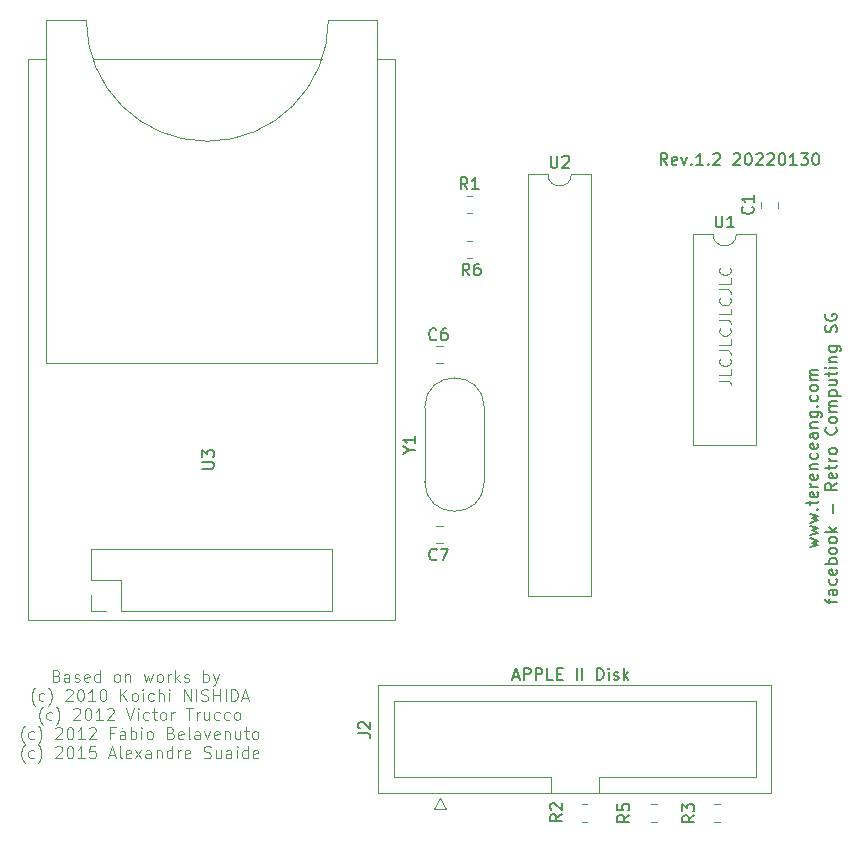
<source format=gbr>
%TF.GenerationSoftware,KiCad,Pcbnew,(6.0.1)*%
%TF.CreationDate,2022-02-14T23:43:43+08:00*%
%TF.ProjectId,SDisk2_Simple,53446973-6b32-45f5-9369-6d706c652e6b,rev?*%
%TF.SameCoordinates,Original*%
%TF.FileFunction,Legend,Top*%
%TF.FilePolarity,Positive*%
%FSLAX46Y46*%
G04 Gerber Fmt 4.6, Leading zero omitted, Abs format (unit mm)*
G04 Created by KiCad (PCBNEW (6.0.1)) date 2022-02-14 23:43:43*
%MOMM*%
%LPD*%
G01*
G04 APERTURE LIST*
%ADD10C,0.100000*%
%ADD11C,0.150000*%
%ADD12C,0.120000*%
G04 APERTURE END LIST*
D10*
X-14019987Y-40041407D02*
X-13877130Y-40089026D01*
X-13829511Y-40136645D01*
X-13781892Y-40231883D01*
X-13781892Y-40374740D01*
X-13829511Y-40469978D01*
X-13877130Y-40517597D01*
X-13972368Y-40565216D01*
X-14353320Y-40565216D01*
X-14353320Y-39565216D01*
X-14019987Y-39565216D01*
X-13924749Y-39612836D01*
X-13877130Y-39660455D01*
X-13829511Y-39755693D01*
X-13829511Y-39850931D01*
X-13877130Y-39946169D01*
X-13924749Y-39993788D01*
X-14019987Y-40041407D01*
X-14353320Y-40041407D01*
X-12924749Y-40565216D02*
X-12924749Y-40041407D01*
X-12972368Y-39946169D01*
X-13067606Y-39898550D01*
X-13258082Y-39898550D01*
X-13353320Y-39946169D01*
X-12924749Y-40517597D02*
X-13019987Y-40565216D01*
X-13258082Y-40565216D01*
X-13353320Y-40517597D01*
X-13400939Y-40422359D01*
X-13400939Y-40327121D01*
X-13353320Y-40231883D01*
X-13258082Y-40184264D01*
X-13019987Y-40184264D01*
X-12924749Y-40136645D01*
X-12496178Y-40517597D02*
X-12400939Y-40565216D01*
X-12210463Y-40565216D01*
X-12115225Y-40517597D01*
X-12067606Y-40422359D01*
X-12067606Y-40374740D01*
X-12115225Y-40279502D01*
X-12210463Y-40231883D01*
X-12353320Y-40231883D01*
X-12448558Y-40184264D01*
X-12496178Y-40089026D01*
X-12496178Y-40041407D01*
X-12448558Y-39946169D01*
X-12353320Y-39898550D01*
X-12210463Y-39898550D01*
X-12115225Y-39946169D01*
X-11258082Y-40517597D02*
X-11353320Y-40565216D01*
X-11543797Y-40565216D01*
X-11639035Y-40517597D01*
X-11686654Y-40422359D01*
X-11686654Y-40041407D01*
X-11639035Y-39946169D01*
X-11543797Y-39898550D01*
X-11353320Y-39898550D01*
X-11258082Y-39946169D01*
X-11210463Y-40041407D01*
X-11210463Y-40136645D01*
X-11686654Y-40231883D01*
X-10353320Y-40565216D02*
X-10353320Y-39565216D01*
X-10353320Y-40517597D02*
X-10448558Y-40565216D01*
X-10639035Y-40565216D01*
X-10734273Y-40517597D01*
X-10781892Y-40469978D01*
X-10829511Y-40374740D01*
X-10829511Y-40089026D01*
X-10781892Y-39993788D01*
X-10734273Y-39946169D01*
X-10639035Y-39898550D01*
X-10448558Y-39898550D01*
X-10353320Y-39946169D01*
X-8972368Y-40565216D02*
X-9067606Y-40517597D01*
X-9115225Y-40469978D01*
X-9162844Y-40374740D01*
X-9162844Y-40089026D01*
X-9115225Y-39993788D01*
X-9067606Y-39946169D01*
X-8972368Y-39898550D01*
X-8829511Y-39898550D01*
X-8734273Y-39946169D01*
X-8686654Y-39993788D01*
X-8639035Y-40089026D01*
X-8639035Y-40374740D01*
X-8686654Y-40469978D01*
X-8734273Y-40517597D01*
X-8829511Y-40565216D01*
X-8972368Y-40565216D01*
X-8210463Y-39898550D02*
X-8210463Y-40565216D01*
X-8210463Y-39993788D02*
X-8162844Y-39946169D01*
X-8067606Y-39898550D01*
X-7924749Y-39898550D01*
X-7829511Y-39946169D01*
X-7781892Y-40041407D01*
X-7781892Y-40565216D01*
X-6639035Y-39898550D02*
X-6448558Y-40565216D01*
X-6258082Y-40089026D01*
X-6067606Y-40565216D01*
X-5877130Y-39898550D01*
X-5353320Y-40565216D02*
X-5448558Y-40517597D01*
X-5496178Y-40469978D01*
X-5543797Y-40374740D01*
X-5543797Y-40089026D01*
X-5496178Y-39993788D01*
X-5448558Y-39946169D01*
X-5353320Y-39898550D01*
X-5210463Y-39898550D01*
X-5115225Y-39946169D01*
X-5067606Y-39993788D01*
X-5019987Y-40089026D01*
X-5019987Y-40374740D01*
X-5067606Y-40469978D01*
X-5115225Y-40517597D01*
X-5210463Y-40565216D01*
X-5353320Y-40565216D01*
X-4591416Y-40565216D02*
X-4591416Y-39898550D01*
X-4591416Y-40089026D02*
X-4543797Y-39993788D01*
X-4496178Y-39946169D01*
X-4400939Y-39898550D01*
X-4305701Y-39898550D01*
X-3972368Y-40565216D02*
X-3972368Y-39565216D01*
X-3877130Y-40184264D02*
X-3591416Y-40565216D01*
X-3591416Y-39898550D02*
X-3972368Y-40279502D01*
X-3210463Y-40517597D02*
X-3115225Y-40565216D01*
X-2924749Y-40565216D01*
X-2829511Y-40517597D01*
X-2781892Y-40422359D01*
X-2781892Y-40374740D01*
X-2829511Y-40279502D01*
X-2924749Y-40231883D01*
X-3067606Y-40231883D01*
X-3162844Y-40184264D01*
X-3210463Y-40089026D01*
X-3210463Y-40041407D01*
X-3162844Y-39946169D01*
X-3067606Y-39898550D01*
X-2924749Y-39898550D01*
X-2829511Y-39946169D01*
X-1591416Y-40565216D02*
X-1591416Y-39565216D01*
X-1591416Y-39946169D02*
X-1496178Y-39898550D01*
X-1305701Y-39898550D01*
X-1210463Y-39946169D01*
X-1162844Y-39993788D01*
X-1115225Y-40089026D01*
X-1115225Y-40374740D01*
X-1162844Y-40469978D01*
X-1210463Y-40517597D01*
X-1305701Y-40565216D01*
X-1496178Y-40565216D01*
X-1591416Y-40517597D01*
X-781892Y-39898550D02*
X-543797Y-40565216D01*
X-305701Y-39898550D02*
X-543797Y-40565216D01*
X-639035Y-40803312D01*
X-686654Y-40850931D01*
X-781892Y-40898550D01*
X-15853320Y-42556169D02*
X-15900939Y-42508550D01*
X-15996178Y-42365693D01*
X-16043797Y-42270455D01*
X-16091416Y-42127597D01*
X-16139035Y-41889502D01*
X-16139035Y-41699026D01*
X-16091416Y-41460931D01*
X-16043797Y-41318074D01*
X-15996178Y-41222836D01*
X-15900939Y-41079978D01*
X-15853320Y-41032359D01*
X-15043797Y-42127597D02*
X-15139035Y-42175216D01*
X-15329511Y-42175216D01*
X-15424749Y-42127597D01*
X-15472368Y-42079978D01*
X-15519987Y-41984740D01*
X-15519987Y-41699026D01*
X-15472368Y-41603788D01*
X-15424749Y-41556169D01*
X-15329511Y-41508550D01*
X-15139035Y-41508550D01*
X-15043797Y-41556169D01*
X-14710463Y-42556169D02*
X-14662844Y-42508550D01*
X-14567606Y-42365693D01*
X-14519987Y-42270455D01*
X-14472368Y-42127597D01*
X-14424749Y-41889502D01*
X-14424749Y-41699026D01*
X-14472368Y-41460931D01*
X-14519987Y-41318074D01*
X-14567606Y-41222836D01*
X-14662844Y-41079978D01*
X-14710463Y-41032359D01*
X-13234273Y-41270455D02*
X-13186654Y-41222836D01*
X-13091416Y-41175216D01*
X-12853320Y-41175216D01*
X-12758082Y-41222836D01*
X-12710463Y-41270455D01*
X-12662844Y-41365693D01*
X-12662844Y-41460931D01*
X-12710463Y-41603788D01*
X-13281892Y-42175216D01*
X-12662844Y-42175216D01*
X-12043797Y-41175216D02*
X-11948558Y-41175216D01*
X-11853320Y-41222836D01*
X-11805701Y-41270455D01*
X-11758082Y-41365693D01*
X-11710463Y-41556169D01*
X-11710463Y-41794264D01*
X-11758082Y-41984740D01*
X-11805701Y-42079978D01*
X-11853320Y-42127597D01*
X-11948558Y-42175216D01*
X-12043797Y-42175216D01*
X-12139035Y-42127597D01*
X-12186654Y-42079978D01*
X-12234273Y-41984740D01*
X-12281892Y-41794264D01*
X-12281892Y-41556169D01*
X-12234273Y-41365693D01*
X-12186654Y-41270455D01*
X-12139035Y-41222836D01*
X-12043797Y-41175216D01*
X-10758082Y-42175216D02*
X-11329511Y-42175216D01*
X-11043797Y-42175216D02*
X-11043797Y-41175216D01*
X-11139035Y-41318074D01*
X-11234273Y-41413312D01*
X-11329511Y-41460931D01*
X-10139035Y-41175216D02*
X-10043797Y-41175216D01*
X-9948558Y-41222836D01*
X-9900939Y-41270455D01*
X-9853320Y-41365693D01*
X-9805701Y-41556169D01*
X-9805701Y-41794264D01*
X-9853320Y-41984740D01*
X-9900939Y-42079978D01*
X-9948558Y-42127597D01*
X-10043797Y-42175216D01*
X-10139035Y-42175216D01*
X-10234273Y-42127597D01*
X-10281892Y-42079978D01*
X-10329511Y-41984740D01*
X-10377130Y-41794264D01*
X-10377130Y-41556169D01*
X-10329511Y-41365693D01*
X-10281892Y-41270455D01*
X-10234273Y-41222836D01*
X-10139035Y-41175216D01*
X-8615225Y-42175216D02*
X-8615225Y-41175216D01*
X-8043797Y-42175216D02*
X-8472368Y-41603788D01*
X-8043797Y-41175216D02*
X-8615225Y-41746645D01*
X-7472368Y-42175216D02*
X-7567606Y-42127597D01*
X-7615225Y-42079978D01*
X-7662844Y-41984740D01*
X-7662844Y-41699026D01*
X-7615225Y-41603788D01*
X-7567606Y-41556169D01*
X-7472368Y-41508550D01*
X-7329511Y-41508550D01*
X-7234273Y-41556169D01*
X-7186654Y-41603788D01*
X-7139035Y-41699026D01*
X-7139035Y-41984740D01*
X-7186654Y-42079978D01*
X-7234273Y-42127597D01*
X-7329511Y-42175216D01*
X-7472368Y-42175216D01*
X-6710463Y-42175216D02*
X-6710463Y-41508550D01*
X-6710463Y-41175216D02*
X-6758082Y-41222836D01*
X-6710463Y-41270455D01*
X-6662844Y-41222836D01*
X-6710463Y-41175216D01*
X-6710463Y-41270455D01*
X-5805701Y-42127597D02*
X-5900939Y-42175216D01*
X-6091416Y-42175216D01*
X-6186654Y-42127597D01*
X-6234273Y-42079978D01*
X-6281892Y-41984740D01*
X-6281892Y-41699026D01*
X-6234273Y-41603788D01*
X-6186654Y-41556169D01*
X-6091416Y-41508550D01*
X-5900939Y-41508550D01*
X-5805701Y-41556169D01*
X-5377130Y-42175216D02*
X-5377130Y-41175216D01*
X-4948558Y-42175216D02*
X-4948558Y-41651407D01*
X-4996178Y-41556169D01*
X-5091416Y-41508550D01*
X-5234273Y-41508550D01*
X-5329511Y-41556169D01*
X-5377130Y-41603788D01*
X-4472368Y-42175216D02*
X-4472368Y-41508550D01*
X-4472368Y-41175216D02*
X-4519987Y-41222836D01*
X-4472368Y-41270455D01*
X-4424749Y-41222836D01*
X-4472368Y-41175216D01*
X-4472368Y-41270455D01*
X-3234273Y-42175216D02*
X-3234273Y-41175216D01*
X-2662844Y-42175216D01*
X-2662844Y-41175216D01*
X-2186654Y-42175216D02*
X-2186654Y-41175216D01*
X-1758082Y-42127597D02*
X-1615225Y-42175216D01*
X-1377130Y-42175216D01*
X-1281892Y-42127597D01*
X-1234273Y-42079978D01*
X-1186654Y-41984740D01*
X-1186654Y-41889502D01*
X-1234273Y-41794264D01*
X-1281892Y-41746645D01*
X-1377130Y-41699026D01*
X-1567606Y-41651407D01*
X-1662844Y-41603788D01*
X-1710463Y-41556169D01*
X-1758082Y-41460931D01*
X-1758082Y-41365693D01*
X-1710463Y-41270455D01*
X-1662844Y-41222836D01*
X-1567606Y-41175216D01*
X-1329511Y-41175216D01*
X-1186654Y-41222836D01*
X-758082Y-42175216D02*
X-758082Y-41175216D01*
X-758082Y-41651407D02*
X-186654Y-41651407D01*
X-186654Y-42175216D02*
X-186654Y-41175216D01*
X289536Y-42175216D02*
X289536Y-41175216D01*
X765726Y-42175216D02*
X765726Y-41175216D01*
X1003821Y-41175216D01*
X1146679Y-41222836D01*
X1241917Y-41318074D01*
X1289536Y-41413312D01*
X1337155Y-41603788D01*
X1337155Y-41746645D01*
X1289536Y-41937121D01*
X1241917Y-42032359D01*
X1146679Y-42127597D01*
X1003821Y-42175216D01*
X765726Y-42175216D01*
X1718107Y-41889502D02*
X2194298Y-41889502D01*
X1622869Y-42175216D02*
X1956202Y-41175216D01*
X2289536Y-42175216D01*
X-15210463Y-44166169D02*
X-15258082Y-44118550D01*
X-15353320Y-43975693D01*
X-15400939Y-43880455D01*
X-15448558Y-43737597D01*
X-15496178Y-43499502D01*
X-15496178Y-43309026D01*
X-15448558Y-43070931D01*
X-15400939Y-42928074D01*
X-15353320Y-42832836D01*
X-15258082Y-42689978D01*
X-15210463Y-42642359D01*
X-14400939Y-43737597D02*
X-14496178Y-43785216D01*
X-14686654Y-43785216D01*
X-14781892Y-43737597D01*
X-14829511Y-43689978D01*
X-14877130Y-43594740D01*
X-14877130Y-43309026D01*
X-14829511Y-43213788D01*
X-14781892Y-43166169D01*
X-14686654Y-43118550D01*
X-14496178Y-43118550D01*
X-14400939Y-43166169D01*
X-14067606Y-44166169D02*
X-14019987Y-44118550D01*
X-13924749Y-43975693D01*
X-13877130Y-43880455D01*
X-13829511Y-43737597D01*
X-13781892Y-43499502D01*
X-13781892Y-43309026D01*
X-13829511Y-43070931D01*
X-13877130Y-42928074D01*
X-13924749Y-42832836D01*
X-14019987Y-42689978D01*
X-14067606Y-42642359D01*
X-12591416Y-42880455D02*
X-12543797Y-42832836D01*
X-12448558Y-42785216D01*
X-12210463Y-42785216D01*
X-12115225Y-42832836D01*
X-12067606Y-42880455D01*
X-12019987Y-42975693D01*
X-12019987Y-43070931D01*
X-12067606Y-43213788D01*
X-12639035Y-43785216D01*
X-12019987Y-43785216D01*
X-11400939Y-42785216D02*
X-11305701Y-42785216D01*
X-11210463Y-42832836D01*
X-11162844Y-42880455D01*
X-11115225Y-42975693D01*
X-11067606Y-43166169D01*
X-11067606Y-43404264D01*
X-11115225Y-43594740D01*
X-11162844Y-43689978D01*
X-11210463Y-43737597D01*
X-11305701Y-43785216D01*
X-11400939Y-43785216D01*
X-11496178Y-43737597D01*
X-11543797Y-43689978D01*
X-11591416Y-43594740D01*
X-11639035Y-43404264D01*
X-11639035Y-43166169D01*
X-11591416Y-42975693D01*
X-11543797Y-42880455D01*
X-11496178Y-42832836D01*
X-11400939Y-42785216D01*
X-10115225Y-43785216D02*
X-10686654Y-43785216D01*
X-10400939Y-43785216D02*
X-10400939Y-42785216D01*
X-10496178Y-42928074D01*
X-10591416Y-43023312D01*
X-10686654Y-43070931D01*
X-9734273Y-42880455D02*
X-9686654Y-42832836D01*
X-9591416Y-42785216D01*
X-9353320Y-42785216D01*
X-9258082Y-42832836D01*
X-9210463Y-42880455D01*
X-9162844Y-42975693D01*
X-9162844Y-43070931D01*
X-9210463Y-43213788D01*
X-9781892Y-43785216D01*
X-9162844Y-43785216D01*
X-8115225Y-42785216D02*
X-7781892Y-43785216D01*
X-7448558Y-42785216D01*
X-7115225Y-43785216D02*
X-7115225Y-43118550D01*
X-7115225Y-42785216D02*
X-7162844Y-42832836D01*
X-7115225Y-42880455D01*
X-7067606Y-42832836D01*
X-7115225Y-42785216D01*
X-7115225Y-42880455D01*
X-6210463Y-43737597D02*
X-6305701Y-43785216D01*
X-6496178Y-43785216D01*
X-6591416Y-43737597D01*
X-6639035Y-43689978D01*
X-6686654Y-43594740D01*
X-6686654Y-43309026D01*
X-6639035Y-43213788D01*
X-6591416Y-43166169D01*
X-6496178Y-43118550D01*
X-6305701Y-43118550D01*
X-6210463Y-43166169D01*
X-5924749Y-43118550D02*
X-5543797Y-43118550D01*
X-5781892Y-42785216D02*
X-5781892Y-43642359D01*
X-5734273Y-43737597D01*
X-5639035Y-43785216D01*
X-5543797Y-43785216D01*
X-5067606Y-43785216D02*
X-5162844Y-43737597D01*
X-5210463Y-43689978D01*
X-5258082Y-43594740D01*
X-5258082Y-43309026D01*
X-5210463Y-43213788D01*
X-5162844Y-43166169D01*
X-5067606Y-43118550D01*
X-4924749Y-43118550D01*
X-4829511Y-43166169D01*
X-4781892Y-43213788D01*
X-4734273Y-43309026D01*
X-4734273Y-43594740D01*
X-4781892Y-43689978D01*
X-4829511Y-43737597D01*
X-4924749Y-43785216D01*
X-5067606Y-43785216D01*
X-4305701Y-43785216D02*
X-4305701Y-43118550D01*
X-4305701Y-43309026D02*
X-4258082Y-43213788D01*
X-4210463Y-43166169D01*
X-4115225Y-43118550D01*
X-4019987Y-43118550D01*
X-3067606Y-42785216D02*
X-2496178Y-42785216D01*
X-2781892Y-43785216D02*
X-2781892Y-42785216D01*
X-2162844Y-43785216D02*
X-2162844Y-43118550D01*
X-2162844Y-43309026D02*
X-2115225Y-43213788D01*
X-2067606Y-43166169D01*
X-1972368Y-43118550D01*
X-1877130Y-43118550D01*
X-1115225Y-43118550D02*
X-1115225Y-43785216D01*
X-1543797Y-43118550D02*
X-1543797Y-43642359D01*
X-1496178Y-43737597D01*
X-1400939Y-43785216D01*
X-1258082Y-43785216D01*
X-1162844Y-43737597D01*
X-1115225Y-43689978D01*
X-210463Y-43737597D02*
X-305701Y-43785216D01*
X-496178Y-43785216D01*
X-591416Y-43737597D01*
X-639035Y-43689978D01*
X-686654Y-43594740D01*
X-686654Y-43309026D01*
X-639035Y-43213788D01*
X-591416Y-43166169D01*
X-496178Y-43118550D01*
X-305701Y-43118550D01*
X-210463Y-43166169D01*
X646679Y-43737597D02*
X551441Y-43785216D01*
X360964Y-43785216D01*
X265726Y-43737597D01*
X218107Y-43689978D01*
X170488Y-43594740D01*
X170488Y-43309026D01*
X218107Y-43213788D01*
X265726Y-43166169D01*
X360964Y-43118550D01*
X551441Y-43118550D01*
X646679Y-43166169D01*
X1218107Y-43785216D02*
X1122869Y-43737597D01*
X1075250Y-43689978D01*
X1027631Y-43594740D01*
X1027631Y-43309026D01*
X1075250Y-43213788D01*
X1122869Y-43166169D01*
X1218107Y-43118550D01*
X1360964Y-43118550D01*
X1456202Y-43166169D01*
X1503821Y-43213788D01*
X1551441Y-43309026D01*
X1551441Y-43594740D01*
X1503821Y-43689978D01*
X1456202Y-43737597D01*
X1360964Y-43785216D01*
X1218107Y-43785216D01*
X-16734273Y-45776169D02*
X-16781892Y-45728550D01*
X-16877130Y-45585693D01*
X-16924749Y-45490455D01*
X-16972368Y-45347597D01*
X-17019987Y-45109502D01*
X-17019987Y-44919026D01*
X-16972368Y-44680931D01*
X-16924749Y-44538074D01*
X-16877130Y-44442836D01*
X-16781892Y-44299978D01*
X-16734273Y-44252359D01*
X-15924749Y-45347597D02*
X-16019987Y-45395216D01*
X-16210463Y-45395216D01*
X-16305701Y-45347597D01*
X-16353320Y-45299978D01*
X-16400939Y-45204740D01*
X-16400939Y-44919026D01*
X-16353320Y-44823788D01*
X-16305701Y-44776169D01*
X-16210463Y-44728550D01*
X-16019987Y-44728550D01*
X-15924749Y-44776169D01*
X-15591416Y-45776169D02*
X-15543797Y-45728550D01*
X-15448558Y-45585693D01*
X-15400939Y-45490455D01*
X-15353320Y-45347597D01*
X-15305701Y-45109502D01*
X-15305701Y-44919026D01*
X-15353320Y-44680931D01*
X-15400939Y-44538074D01*
X-15448558Y-44442836D01*
X-15543797Y-44299978D01*
X-15591416Y-44252359D01*
X-14115225Y-44490455D02*
X-14067606Y-44442836D01*
X-13972368Y-44395216D01*
X-13734273Y-44395216D01*
X-13639035Y-44442836D01*
X-13591416Y-44490455D01*
X-13543797Y-44585693D01*
X-13543797Y-44680931D01*
X-13591416Y-44823788D01*
X-14162844Y-45395216D01*
X-13543797Y-45395216D01*
X-12924749Y-44395216D02*
X-12829511Y-44395216D01*
X-12734273Y-44442836D01*
X-12686654Y-44490455D01*
X-12639035Y-44585693D01*
X-12591416Y-44776169D01*
X-12591416Y-45014264D01*
X-12639035Y-45204740D01*
X-12686654Y-45299978D01*
X-12734273Y-45347597D01*
X-12829511Y-45395216D01*
X-12924749Y-45395216D01*
X-13019987Y-45347597D01*
X-13067606Y-45299978D01*
X-13115225Y-45204740D01*
X-13162844Y-45014264D01*
X-13162844Y-44776169D01*
X-13115225Y-44585693D01*
X-13067606Y-44490455D01*
X-13019987Y-44442836D01*
X-12924749Y-44395216D01*
X-11639035Y-45395216D02*
X-12210463Y-45395216D01*
X-11924749Y-45395216D02*
X-11924749Y-44395216D01*
X-12019987Y-44538074D01*
X-12115225Y-44633312D01*
X-12210463Y-44680931D01*
X-11258082Y-44490455D02*
X-11210463Y-44442836D01*
X-11115225Y-44395216D01*
X-10877130Y-44395216D01*
X-10781892Y-44442836D01*
X-10734273Y-44490455D01*
X-10686654Y-44585693D01*
X-10686654Y-44680931D01*
X-10734273Y-44823788D01*
X-11305701Y-45395216D01*
X-10686654Y-45395216D01*
X-9162844Y-44871407D02*
X-9496178Y-44871407D01*
X-9496178Y-45395216D02*
X-9496178Y-44395216D01*
X-9019987Y-44395216D01*
X-8210463Y-45395216D02*
X-8210463Y-44871407D01*
X-8258082Y-44776169D01*
X-8353320Y-44728550D01*
X-8543797Y-44728550D01*
X-8639035Y-44776169D01*
X-8210463Y-45347597D02*
X-8305701Y-45395216D01*
X-8543797Y-45395216D01*
X-8639035Y-45347597D01*
X-8686654Y-45252359D01*
X-8686654Y-45157121D01*
X-8639035Y-45061883D01*
X-8543797Y-45014264D01*
X-8305701Y-45014264D01*
X-8210463Y-44966645D01*
X-8353320Y-44347597D02*
X-8496178Y-44490455D01*
X-7734273Y-45395216D02*
X-7734273Y-44395216D01*
X-7734273Y-44776169D02*
X-7639035Y-44728550D01*
X-7448558Y-44728550D01*
X-7353320Y-44776169D01*
X-7305701Y-44823788D01*
X-7258082Y-44919026D01*
X-7258082Y-45204740D01*
X-7305701Y-45299978D01*
X-7353320Y-45347597D01*
X-7448558Y-45395216D01*
X-7639035Y-45395216D01*
X-7734273Y-45347597D01*
X-6829511Y-45395216D02*
X-6829511Y-44728550D01*
X-6829511Y-44395216D02*
X-6877130Y-44442836D01*
X-6829511Y-44490455D01*
X-6781892Y-44442836D01*
X-6829511Y-44395216D01*
X-6829511Y-44490455D01*
X-6210463Y-45395216D02*
X-6305701Y-45347597D01*
X-6353320Y-45299978D01*
X-6400939Y-45204740D01*
X-6400939Y-44919026D01*
X-6353320Y-44823788D01*
X-6305701Y-44776169D01*
X-6210463Y-44728550D01*
X-6067606Y-44728550D01*
X-5972368Y-44776169D01*
X-5924749Y-44823788D01*
X-5877130Y-44919026D01*
X-5877130Y-45204740D01*
X-5924749Y-45299978D01*
X-5972368Y-45347597D01*
X-6067606Y-45395216D01*
X-6210463Y-45395216D01*
X-4353320Y-44871407D02*
X-4210463Y-44919026D01*
X-4162844Y-44966645D01*
X-4115225Y-45061883D01*
X-4115225Y-45204740D01*
X-4162844Y-45299978D01*
X-4210463Y-45347597D01*
X-4305701Y-45395216D01*
X-4686654Y-45395216D01*
X-4686654Y-44395216D01*
X-4353320Y-44395216D01*
X-4258082Y-44442836D01*
X-4210463Y-44490455D01*
X-4162844Y-44585693D01*
X-4162844Y-44680931D01*
X-4210463Y-44776169D01*
X-4258082Y-44823788D01*
X-4353320Y-44871407D01*
X-4686654Y-44871407D01*
X-3305701Y-45347597D02*
X-3400939Y-45395216D01*
X-3591416Y-45395216D01*
X-3686654Y-45347597D01*
X-3734273Y-45252359D01*
X-3734273Y-44871407D01*
X-3686654Y-44776169D01*
X-3591416Y-44728550D01*
X-3400939Y-44728550D01*
X-3305701Y-44776169D01*
X-3258082Y-44871407D01*
X-3258082Y-44966645D01*
X-3734273Y-45061883D01*
X-2686654Y-45395216D02*
X-2781892Y-45347597D01*
X-2829511Y-45252359D01*
X-2829511Y-44395216D01*
X-1877130Y-45395216D02*
X-1877130Y-44871407D01*
X-1924749Y-44776169D01*
X-2019987Y-44728550D01*
X-2210463Y-44728550D01*
X-2305701Y-44776169D01*
X-1877130Y-45347597D02*
X-1972368Y-45395216D01*
X-2210463Y-45395216D01*
X-2305701Y-45347597D01*
X-2353320Y-45252359D01*
X-2353320Y-45157121D01*
X-2305701Y-45061883D01*
X-2210463Y-45014264D01*
X-1972368Y-45014264D01*
X-1877130Y-44966645D01*
X-1496178Y-44728550D02*
X-1258082Y-45395216D01*
X-1019987Y-44728550D01*
X-258082Y-45347597D02*
X-353320Y-45395216D01*
X-543797Y-45395216D01*
X-639035Y-45347597D01*
X-686654Y-45252359D01*
X-686654Y-44871407D01*
X-639035Y-44776169D01*
X-543797Y-44728550D01*
X-353320Y-44728550D01*
X-258082Y-44776169D01*
X-210463Y-44871407D01*
X-210463Y-44966645D01*
X-686654Y-45061883D01*
X218107Y-44728550D02*
X218107Y-45395216D01*
X218107Y-44823788D02*
X265726Y-44776169D01*
X360964Y-44728550D01*
X503821Y-44728550D01*
X599060Y-44776169D01*
X646679Y-44871407D01*
X646679Y-45395216D01*
X1551441Y-44728550D02*
X1551441Y-45395216D01*
X1122869Y-44728550D02*
X1122869Y-45252359D01*
X1170488Y-45347597D01*
X1265726Y-45395216D01*
X1408583Y-45395216D01*
X1503821Y-45347597D01*
X1551441Y-45299978D01*
X1884774Y-44728550D02*
X2265726Y-44728550D01*
X2027631Y-44395216D02*
X2027631Y-45252359D01*
X2075250Y-45347597D01*
X2170488Y-45395216D01*
X2265726Y-45395216D01*
X2741917Y-45395216D02*
X2646679Y-45347597D01*
X2599060Y-45299978D01*
X2551441Y-45204740D01*
X2551441Y-44919026D01*
X2599060Y-44823788D01*
X2646679Y-44776169D01*
X2741917Y-44728550D01*
X2884774Y-44728550D01*
X2980012Y-44776169D01*
X3027631Y-44823788D01*
X3075250Y-44919026D01*
X3075250Y-45204740D01*
X3027631Y-45299978D01*
X2980012Y-45347597D01*
X2884774Y-45395216D01*
X2741917Y-45395216D01*
X-16734273Y-47386169D02*
X-16781892Y-47338550D01*
X-16877130Y-47195693D01*
X-16924749Y-47100455D01*
X-16972368Y-46957597D01*
X-17019987Y-46719502D01*
X-17019987Y-46529026D01*
X-16972368Y-46290931D01*
X-16924749Y-46148074D01*
X-16877130Y-46052836D01*
X-16781892Y-45909978D01*
X-16734273Y-45862359D01*
X-15924749Y-46957597D02*
X-16019987Y-47005216D01*
X-16210463Y-47005216D01*
X-16305701Y-46957597D01*
X-16353320Y-46909978D01*
X-16400939Y-46814740D01*
X-16400939Y-46529026D01*
X-16353320Y-46433788D01*
X-16305701Y-46386169D01*
X-16210463Y-46338550D01*
X-16019987Y-46338550D01*
X-15924749Y-46386169D01*
X-15591416Y-47386169D02*
X-15543797Y-47338550D01*
X-15448558Y-47195693D01*
X-15400939Y-47100455D01*
X-15353320Y-46957597D01*
X-15305701Y-46719502D01*
X-15305701Y-46529026D01*
X-15353320Y-46290931D01*
X-15400939Y-46148074D01*
X-15448558Y-46052836D01*
X-15543797Y-45909978D01*
X-15591416Y-45862359D01*
X-14115225Y-46100455D02*
X-14067606Y-46052836D01*
X-13972368Y-46005216D01*
X-13734273Y-46005216D01*
X-13639035Y-46052836D01*
X-13591416Y-46100455D01*
X-13543797Y-46195693D01*
X-13543797Y-46290931D01*
X-13591416Y-46433788D01*
X-14162844Y-47005216D01*
X-13543797Y-47005216D01*
X-12924749Y-46005216D02*
X-12829511Y-46005216D01*
X-12734273Y-46052836D01*
X-12686654Y-46100455D01*
X-12639035Y-46195693D01*
X-12591416Y-46386169D01*
X-12591416Y-46624264D01*
X-12639035Y-46814740D01*
X-12686654Y-46909978D01*
X-12734273Y-46957597D01*
X-12829511Y-47005216D01*
X-12924749Y-47005216D01*
X-13019987Y-46957597D01*
X-13067606Y-46909978D01*
X-13115225Y-46814740D01*
X-13162844Y-46624264D01*
X-13162844Y-46386169D01*
X-13115225Y-46195693D01*
X-13067606Y-46100455D01*
X-13019987Y-46052836D01*
X-12924749Y-46005216D01*
X-11639035Y-47005216D02*
X-12210463Y-47005216D01*
X-11924749Y-47005216D02*
X-11924749Y-46005216D01*
X-12019987Y-46148074D01*
X-12115225Y-46243312D01*
X-12210463Y-46290931D01*
X-10734273Y-46005216D02*
X-11210463Y-46005216D01*
X-11258082Y-46481407D01*
X-11210463Y-46433788D01*
X-11115225Y-46386169D01*
X-10877130Y-46386169D01*
X-10781892Y-46433788D01*
X-10734273Y-46481407D01*
X-10686654Y-46576645D01*
X-10686654Y-46814740D01*
X-10734273Y-46909978D01*
X-10781892Y-46957597D01*
X-10877130Y-47005216D01*
X-11115225Y-47005216D01*
X-11210463Y-46957597D01*
X-11258082Y-46909978D01*
X-9543797Y-46719502D02*
X-9067606Y-46719502D01*
X-9639035Y-47005216D02*
X-9305701Y-46005216D01*
X-8972368Y-47005216D01*
X-8496177Y-47005216D02*
X-8591416Y-46957597D01*
X-8639035Y-46862359D01*
X-8639035Y-46005216D01*
X-7734273Y-46957597D02*
X-7829511Y-47005216D01*
X-8019987Y-47005216D01*
X-8115225Y-46957597D01*
X-8162844Y-46862359D01*
X-8162844Y-46481407D01*
X-8115225Y-46386169D01*
X-8019987Y-46338550D01*
X-7829511Y-46338550D01*
X-7734273Y-46386169D01*
X-7686654Y-46481407D01*
X-7686654Y-46576645D01*
X-8162844Y-46671883D01*
X-7353320Y-47005216D02*
X-6829511Y-46338550D01*
X-7353320Y-46338550D02*
X-6829511Y-47005216D01*
X-6019987Y-47005216D02*
X-6019987Y-46481407D01*
X-6067606Y-46386169D01*
X-6162844Y-46338550D01*
X-6353320Y-46338550D01*
X-6448558Y-46386169D01*
X-6019987Y-46957597D02*
X-6115225Y-47005216D01*
X-6353320Y-47005216D01*
X-6448558Y-46957597D01*
X-6496178Y-46862359D01*
X-6496178Y-46767121D01*
X-6448558Y-46671883D01*
X-6353320Y-46624264D01*
X-6115225Y-46624264D01*
X-6019987Y-46576645D01*
X-5543797Y-46338550D02*
X-5543797Y-47005216D01*
X-5543797Y-46433788D02*
X-5496178Y-46386169D01*
X-5400939Y-46338550D01*
X-5258082Y-46338550D01*
X-5162844Y-46386169D01*
X-5115225Y-46481407D01*
X-5115225Y-47005216D01*
X-4210463Y-47005216D02*
X-4210463Y-46005216D01*
X-4210463Y-46957597D02*
X-4305701Y-47005216D01*
X-4496178Y-47005216D01*
X-4591416Y-46957597D01*
X-4639035Y-46909978D01*
X-4686654Y-46814740D01*
X-4686654Y-46529026D01*
X-4639035Y-46433788D01*
X-4591416Y-46386169D01*
X-4496178Y-46338550D01*
X-4305701Y-46338550D01*
X-4210463Y-46386169D01*
X-3734273Y-47005216D02*
X-3734273Y-46338550D01*
X-3734273Y-46529026D02*
X-3686654Y-46433788D01*
X-3639035Y-46386169D01*
X-3543797Y-46338550D01*
X-3448558Y-46338550D01*
X-2734273Y-46957597D02*
X-2829511Y-47005216D01*
X-3019987Y-47005216D01*
X-3115225Y-46957597D01*
X-3162844Y-46862359D01*
X-3162844Y-46481407D01*
X-3115225Y-46386169D01*
X-3019987Y-46338550D01*
X-2829511Y-46338550D01*
X-2734273Y-46386169D01*
X-2686654Y-46481407D01*
X-2686654Y-46576645D01*
X-3162844Y-46671883D01*
X-1543797Y-46957597D02*
X-1400939Y-47005216D01*
X-1162844Y-47005216D01*
X-1067606Y-46957597D01*
X-1019987Y-46909978D01*
X-972368Y-46814740D01*
X-972368Y-46719502D01*
X-1019987Y-46624264D01*
X-1067606Y-46576645D01*
X-1162844Y-46529026D01*
X-1353320Y-46481407D01*
X-1448558Y-46433788D01*
X-1496178Y-46386169D01*
X-1543797Y-46290931D01*
X-1543797Y-46195693D01*
X-1496178Y-46100455D01*
X-1448558Y-46052836D01*
X-1353320Y-46005216D01*
X-1115225Y-46005216D01*
X-972368Y-46052836D01*
X-115225Y-46338550D02*
X-115225Y-47005216D01*
X-543797Y-46338550D02*
X-543797Y-46862359D01*
X-496178Y-46957597D01*
X-400939Y-47005216D01*
X-258082Y-47005216D01*
X-162844Y-46957597D01*
X-115225Y-46909978D01*
X789536Y-47005216D02*
X789536Y-46481407D01*
X741917Y-46386169D01*
X646679Y-46338550D01*
X456202Y-46338550D01*
X360964Y-46386169D01*
X789536Y-46957597D02*
X694298Y-47005216D01*
X456202Y-47005216D01*
X360964Y-46957597D01*
X313345Y-46862359D01*
X313345Y-46767121D01*
X360964Y-46671883D01*
X456202Y-46624264D01*
X694298Y-46624264D01*
X789536Y-46576645D01*
X1265726Y-47005216D02*
X1265726Y-46338550D01*
X1265726Y-46005216D02*
X1218107Y-46052836D01*
X1265726Y-46100455D01*
X1313345Y-46052836D01*
X1265726Y-46005216D01*
X1265726Y-46100455D01*
X2170488Y-47005216D02*
X2170488Y-46005216D01*
X2170488Y-46957597D02*
X2075250Y-47005216D01*
X1884774Y-47005216D01*
X1789536Y-46957597D01*
X1741917Y-46909978D01*
X1694298Y-46814740D01*
X1694298Y-46529026D01*
X1741917Y-46433788D01*
X1789536Y-46386169D01*
X1884774Y-46338550D01*
X2075250Y-46338550D01*
X2170488Y-46386169D01*
X3027631Y-46957597D02*
X2932393Y-47005216D01*
X2741917Y-47005216D01*
X2646679Y-46957597D01*
X2599060Y-46862359D01*
X2599060Y-46481407D01*
X2646679Y-46386169D01*
X2741917Y-46338550D01*
X2932393Y-46338550D01*
X3027631Y-46386169D01*
X3075250Y-46481407D01*
X3075250Y-46576645D01*
X2599060Y-46671883D01*
X42074702Y-15041970D02*
X42788988Y-15041970D01*
X42931845Y-15089589D01*
X43027083Y-15184827D01*
X43074702Y-15327684D01*
X43074702Y-15422923D01*
X43074702Y-14089589D02*
X43074702Y-14565780D01*
X42074702Y-14565780D01*
X42979464Y-13184827D02*
X43027083Y-13232446D01*
X43074702Y-13375303D01*
X43074702Y-13470542D01*
X43027083Y-13613399D01*
X42931845Y-13708637D01*
X42836607Y-13756256D01*
X42646131Y-13803875D01*
X42503274Y-13803875D01*
X42312798Y-13756256D01*
X42217560Y-13708637D01*
X42122322Y-13613399D01*
X42074702Y-13470542D01*
X42074702Y-13375303D01*
X42122322Y-13232446D01*
X42169941Y-13184827D01*
X42074702Y-12470542D02*
X42788988Y-12470542D01*
X42931845Y-12518161D01*
X43027083Y-12613399D01*
X43074702Y-12756256D01*
X43074702Y-12851494D01*
X43074702Y-11518161D02*
X43074702Y-11994351D01*
X42074702Y-11994351D01*
X42979464Y-10613399D02*
X43027083Y-10661018D01*
X43074702Y-10803875D01*
X43074702Y-10899113D01*
X43027083Y-11041970D01*
X42931845Y-11137208D01*
X42836607Y-11184827D01*
X42646131Y-11232446D01*
X42503274Y-11232446D01*
X42312798Y-11184827D01*
X42217560Y-11137208D01*
X42122322Y-11041970D01*
X42074702Y-10899113D01*
X42074702Y-10803875D01*
X42122322Y-10661018D01*
X42169941Y-10613399D01*
X42074702Y-9899113D02*
X42788988Y-9899113D01*
X42931845Y-9946732D01*
X43027083Y-10041970D01*
X43074702Y-10184827D01*
X43074702Y-10280065D01*
X43074702Y-8946732D02*
X43074702Y-9422923D01*
X42074702Y-9422923D01*
X42979464Y-8041970D02*
X43027083Y-8089589D01*
X43074702Y-8232446D01*
X43074702Y-8327684D01*
X43027083Y-8470542D01*
X42931845Y-8565780D01*
X42836607Y-8613399D01*
X42646131Y-8661018D01*
X42503274Y-8661018D01*
X42312798Y-8613399D01*
X42217560Y-8565780D01*
X42122322Y-8470542D01*
X42074702Y-8327684D01*
X42074702Y-8232446D01*
X42122322Y-8089589D01*
X42169941Y-8041970D01*
X42074702Y-7327684D02*
X42788988Y-7327684D01*
X42931845Y-7375303D01*
X43027083Y-7470542D01*
X43074702Y-7613399D01*
X43074702Y-7708637D01*
X43074702Y-6375303D02*
X43074702Y-6851494D01*
X42074702Y-6851494D01*
X42979464Y-5470542D02*
X43027083Y-5518161D01*
X43074702Y-5661018D01*
X43074702Y-5756256D01*
X43027083Y-5899113D01*
X42931845Y-5994351D01*
X42836607Y-6041970D01*
X42646131Y-6089589D01*
X42503274Y-6089589D01*
X42312798Y-6041970D01*
X42217560Y-5994351D01*
X42122322Y-5899113D01*
X42074702Y-5756256D01*
X42074702Y-5661018D01*
X42122322Y-5518161D01*
X42169941Y-5470542D01*
D11*
X37684774Y3204783D02*
X37351441Y3680973D01*
X37113345Y3204783D02*
X37113345Y4204783D01*
X37494298Y4204783D01*
X37589536Y4157164D01*
X37637155Y4109544D01*
X37684774Y4014306D01*
X37684774Y3871449D01*
X37637155Y3776211D01*
X37589536Y3728592D01*
X37494298Y3680973D01*
X37113345Y3680973D01*
X38494298Y3252402D02*
X38399060Y3204783D01*
X38208583Y3204783D01*
X38113345Y3252402D01*
X38065726Y3347640D01*
X38065726Y3728592D01*
X38113345Y3823830D01*
X38208583Y3871449D01*
X38399060Y3871449D01*
X38494298Y3823830D01*
X38541917Y3728592D01*
X38541917Y3633354D01*
X38065726Y3538116D01*
X38875250Y3871449D02*
X39113345Y3204783D01*
X39351441Y3871449D01*
X39732393Y3300021D02*
X39780012Y3252402D01*
X39732393Y3204783D01*
X39684774Y3252402D01*
X39732393Y3300021D01*
X39732393Y3204783D01*
X40732393Y3204783D02*
X40160964Y3204783D01*
X40446679Y3204783D02*
X40446679Y4204783D01*
X40351441Y4061925D01*
X40256202Y3966687D01*
X40160964Y3919068D01*
X41160964Y3300021D02*
X41208583Y3252402D01*
X41160964Y3204783D01*
X41113345Y3252402D01*
X41160964Y3300021D01*
X41160964Y3204783D01*
X41589536Y4109544D02*
X41637155Y4157164D01*
X41732393Y4204783D01*
X41970488Y4204783D01*
X42065726Y4157164D01*
X42113345Y4109544D01*
X42160964Y4014306D01*
X42160964Y3919068D01*
X42113345Y3776211D01*
X41541917Y3204783D01*
X42160964Y3204783D01*
X43303821Y4109544D02*
X43351441Y4157164D01*
X43446679Y4204783D01*
X43684774Y4204783D01*
X43780012Y4157164D01*
X43827631Y4109544D01*
X43875250Y4014306D01*
X43875250Y3919068D01*
X43827631Y3776211D01*
X43256202Y3204783D01*
X43875250Y3204783D01*
X44494298Y4204783D02*
X44589536Y4204783D01*
X44684774Y4157164D01*
X44732393Y4109544D01*
X44780012Y4014306D01*
X44827631Y3823830D01*
X44827631Y3585735D01*
X44780012Y3395259D01*
X44732393Y3300021D01*
X44684774Y3252402D01*
X44589536Y3204783D01*
X44494298Y3204783D01*
X44399060Y3252402D01*
X44351441Y3300021D01*
X44303821Y3395259D01*
X44256202Y3585735D01*
X44256202Y3823830D01*
X44303821Y4014306D01*
X44351441Y4109544D01*
X44399060Y4157164D01*
X44494298Y4204783D01*
X45208583Y4109544D02*
X45256202Y4157164D01*
X45351441Y4204783D01*
X45589536Y4204783D01*
X45684774Y4157164D01*
X45732393Y4109544D01*
X45780012Y4014306D01*
X45780012Y3919068D01*
X45732393Y3776211D01*
X45160964Y3204783D01*
X45780012Y3204783D01*
X46160964Y4109544D02*
X46208583Y4157164D01*
X46303822Y4204783D01*
X46541917Y4204783D01*
X46637155Y4157164D01*
X46684774Y4109544D01*
X46732393Y4014306D01*
X46732393Y3919068D01*
X46684774Y3776211D01*
X46113345Y3204783D01*
X46732393Y3204783D01*
X47351441Y4204783D02*
X47446679Y4204783D01*
X47541917Y4157164D01*
X47589536Y4109544D01*
X47637155Y4014306D01*
X47684774Y3823830D01*
X47684774Y3585735D01*
X47637155Y3395259D01*
X47589536Y3300021D01*
X47541917Y3252402D01*
X47446679Y3204783D01*
X47351441Y3204783D01*
X47256202Y3252402D01*
X47208583Y3300021D01*
X47160964Y3395259D01*
X47113345Y3585735D01*
X47113345Y3823830D01*
X47160964Y4014306D01*
X47208583Y4109544D01*
X47256202Y4157164D01*
X47351441Y4204783D01*
X48637155Y3204783D02*
X48065726Y3204783D01*
X48351441Y3204783D02*
X48351441Y4204783D01*
X48256202Y4061925D01*
X48160964Y3966687D01*
X48065726Y3919068D01*
X48970488Y4204783D02*
X49589536Y4204783D01*
X49256202Y3823830D01*
X49399060Y3823830D01*
X49494298Y3776211D01*
X49541917Y3728592D01*
X49589536Y3633354D01*
X49589536Y3395259D01*
X49541917Y3300021D01*
X49494298Y3252402D01*
X49399060Y3204783D01*
X49113345Y3204783D01*
X49018107Y3252402D01*
X48970488Y3300021D01*
X50208583Y4204783D02*
X50303821Y4204783D01*
X50399060Y4157164D01*
X50446679Y4109544D01*
X50494298Y4014306D01*
X50541917Y3823830D01*
X50541917Y3585735D01*
X50494298Y3395259D01*
X50446679Y3300021D01*
X50399060Y3252402D01*
X50303821Y3204783D01*
X50208583Y3204783D01*
X50113345Y3252402D01*
X50065726Y3300021D01*
X50018107Y3395259D01*
X49970488Y3585735D01*
X49970488Y3823830D01*
X50018107Y4014306D01*
X50065726Y4109544D01*
X50113345Y4157164D01*
X50208583Y4204783D01*
X49780714Y-29161428D02*
X50447380Y-28970952D01*
X49971190Y-28780476D01*
X50447380Y-28590000D01*
X49780714Y-28399523D01*
X49780714Y-28113809D02*
X50447380Y-27923333D01*
X49971190Y-27732857D01*
X50447380Y-27542380D01*
X49780714Y-27351904D01*
X49780714Y-27066190D02*
X50447380Y-26875714D01*
X49971190Y-26685238D01*
X50447380Y-26494761D01*
X49780714Y-26304285D01*
X50352142Y-25923333D02*
X50399761Y-25875714D01*
X50447380Y-25923333D01*
X50399761Y-25970952D01*
X50352142Y-25923333D01*
X50447380Y-25923333D01*
X49780714Y-25590000D02*
X49780714Y-25209047D01*
X49447380Y-25447142D02*
X50304523Y-25447142D01*
X50399761Y-25399523D01*
X50447380Y-25304285D01*
X50447380Y-25209047D01*
X50399761Y-24494761D02*
X50447380Y-24590000D01*
X50447380Y-24780476D01*
X50399761Y-24875714D01*
X50304523Y-24923333D01*
X49923571Y-24923333D01*
X49828333Y-24875714D01*
X49780714Y-24780476D01*
X49780714Y-24590000D01*
X49828333Y-24494761D01*
X49923571Y-24447142D01*
X50018809Y-24447142D01*
X50114047Y-24923333D01*
X50447380Y-24018571D02*
X49780714Y-24018571D01*
X49971190Y-24018571D02*
X49875952Y-23970952D01*
X49828333Y-23923333D01*
X49780714Y-23828095D01*
X49780714Y-23732857D01*
X50399761Y-23018571D02*
X50447380Y-23113809D01*
X50447380Y-23304285D01*
X50399761Y-23399523D01*
X50304523Y-23447142D01*
X49923571Y-23447142D01*
X49828333Y-23399523D01*
X49780714Y-23304285D01*
X49780714Y-23113809D01*
X49828333Y-23018571D01*
X49923571Y-22970952D01*
X50018809Y-22970952D01*
X50114047Y-23447142D01*
X49780714Y-22542380D02*
X50447380Y-22542380D01*
X49875952Y-22542380D02*
X49828333Y-22494761D01*
X49780714Y-22399523D01*
X49780714Y-22256666D01*
X49828333Y-22161428D01*
X49923571Y-22113809D01*
X50447380Y-22113809D01*
X50399761Y-21209047D02*
X50447380Y-21304285D01*
X50447380Y-21494761D01*
X50399761Y-21590000D01*
X50352142Y-21637619D01*
X50256904Y-21685238D01*
X49971190Y-21685238D01*
X49875952Y-21637619D01*
X49828333Y-21590000D01*
X49780714Y-21494761D01*
X49780714Y-21304285D01*
X49828333Y-21209047D01*
X50399761Y-20399523D02*
X50447380Y-20494761D01*
X50447380Y-20685238D01*
X50399761Y-20780476D01*
X50304523Y-20828095D01*
X49923571Y-20828095D01*
X49828333Y-20780476D01*
X49780714Y-20685238D01*
X49780714Y-20494761D01*
X49828333Y-20399523D01*
X49923571Y-20351904D01*
X50018809Y-20351904D01*
X50114047Y-20828095D01*
X50447380Y-19494761D02*
X49923571Y-19494761D01*
X49828333Y-19542380D01*
X49780714Y-19637619D01*
X49780714Y-19828095D01*
X49828333Y-19923333D01*
X50399761Y-19494761D02*
X50447380Y-19590000D01*
X50447380Y-19828095D01*
X50399761Y-19923333D01*
X50304523Y-19970952D01*
X50209285Y-19970952D01*
X50114047Y-19923333D01*
X50066428Y-19828095D01*
X50066428Y-19590000D01*
X50018809Y-19494761D01*
X49780714Y-19018571D02*
X50447380Y-19018571D01*
X49875952Y-19018571D02*
X49828333Y-18970952D01*
X49780714Y-18875714D01*
X49780714Y-18732857D01*
X49828333Y-18637619D01*
X49923571Y-18590000D01*
X50447380Y-18590000D01*
X49780714Y-17685238D02*
X50590238Y-17685238D01*
X50685476Y-17732857D01*
X50733095Y-17780476D01*
X50780714Y-17875714D01*
X50780714Y-18018571D01*
X50733095Y-18113809D01*
X50399761Y-17685238D02*
X50447380Y-17780476D01*
X50447380Y-17970952D01*
X50399761Y-18066190D01*
X50352142Y-18113809D01*
X50256904Y-18161428D01*
X49971190Y-18161428D01*
X49875952Y-18113809D01*
X49828333Y-18066190D01*
X49780714Y-17970952D01*
X49780714Y-17780476D01*
X49828333Y-17685238D01*
X50352142Y-17209047D02*
X50399761Y-17161428D01*
X50447380Y-17209047D01*
X50399761Y-17256666D01*
X50352142Y-17209047D01*
X50447380Y-17209047D01*
X50399761Y-16304285D02*
X50447380Y-16399523D01*
X50447380Y-16590000D01*
X50399761Y-16685238D01*
X50352142Y-16732857D01*
X50256904Y-16780476D01*
X49971190Y-16780476D01*
X49875952Y-16732857D01*
X49828333Y-16685238D01*
X49780714Y-16590000D01*
X49780714Y-16399523D01*
X49828333Y-16304285D01*
X50447380Y-15732857D02*
X50399761Y-15828095D01*
X50352142Y-15875714D01*
X50256904Y-15923333D01*
X49971190Y-15923333D01*
X49875952Y-15875714D01*
X49828333Y-15828095D01*
X49780714Y-15732857D01*
X49780714Y-15590000D01*
X49828333Y-15494761D01*
X49875952Y-15447142D01*
X49971190Y-15399523D01*
X50256904Y-15399523D01*
X50352142Y-15447142D01*
X50399761Y-15494761D01*
X50447380Y-15590000D01*
X50447380Y-15732857D01*
X50447380Y-14970952D02*
X49780714Y-14970952D01*
X49875952Y-14970952D02*
X49828333Y-14923333D01*
X49780714Y-14828095D01*
X49780714Y-14685238D01*
X49828333Y-14590000D01*
X49923571Y-14542380D01*
X50447380Y-14542380D01*
X49923571Y-14542380D02*
X49828333Y-14494761D01*
X49780714Y-14399523D01*
X49780714Y-14256666D01*
X49828333Y-14161428D01*
X49923571Y-14113809D01*
X50447380Y-14113809D01*
X51390714Y-33899523D02*
X51390714Y-33518571D01*
X52057380Y-33756666D02*
X51200238Y-33756666D01*
X51105000Y-33709047D01*
X51057380Y-33613809D01*
X51057380Y-33518571D01*
X52057380Y-32756666D02*
X51533571Y-32756666D01*
X51438333Y-32804285D01*
X51390714Y-32899523D01*
X51390714Y-33090000D01*
X51438333Y-33185238D01*
X52009761Y-32756666D02*
X52057380Y-32851904D01*
X52057380Y-33090000D01*
X52009761Y-33185238D01*
X51914523Y-33232857D01*
X51819285Y-33232857D01*
X51724047Y-33185238D01*
X51676428Y-33090000D01*
X51676428Y-32851904D01*
X51628809Y-32756666D01*
X52009761Y-31851904D02*
X52057380Y-31947142D01*
X52057380Y-32137619D01*
X52009761Y-32232857D01*
X51962142Y-32280476D01*
X51866904Y-32328095D01*
X51581190Y-32328095D01*
X51485952Y-32280476D01*
X51438333Y-32232857D01*
X51390714Y-32137619D01*
X51390714Y-31947142D01*
X51438333Y-31851904D01*
X52009761Y-31042380D02*
X52057380Y-31137619D01*
X52057380Y-31328095D01*
X52009761Y-31423333D01*
X51914523Y-31470952D01*
X51533571Y-31470952D01*
X51438333Y-31423333D01*
X51390714Y-31328095D01*
X51390714Y-31137619D01*
X51438333Y-31042380D01*
X51533571Y-30994761D01*
X51628809Y-30994761D01*
X51724047Y-31470952D01*
X52057380Y-30566190D02*
X51057380Y-30566190D01*
X51438333Y-30566190D02*
X51390714Y-30470952D01*
X51390714Y-30280476D01*
X51438333Y-30185238D01*
X51485952Y-30137619D01*
X51581190Y-30090000D01*
X51866904Y-30090000D01*
X51962142Y-30137619D01*
X52009761Y-30185238D01*
X52057380Y-30280476D01*
X52057380Y-30470952D01*
X52009761Y-30566190D01*
X52057380Y-29518571D02*
X52009761Y-29613809D01*
X51962142Y-29661428D01*
X51866904Y-29709047D01*
X51581190Y-29709047D01*
X51485952Y-29661428D01*
X51438333Y-29613809D01*
X51390714Y-29518571D01*
X51390714Y-29375714D01*
X51438333Y-29280476D01*
X51485952Y-29232857D01*
X51581190Y-29185238D01*
X51866904Y-29185238D01*
X51962142Y-29232857D01*
X52009761Y-29280476D01*
X52057380Y-29375714D01*
X52057380Y-29518571D01*
X52057380Y-28613809D02*
X52009761Y-28709047D01*
X51962142Y-28756666D01*
X51866904Y-28804285D01*
X51581190Y-28804285D01*
X51485952Y-28756666D01*
X51438333Y-28709047D01*
X51390714Y-28613809D01*
X51390714Y-28470952D01*
X51438333Y-28375714D01*
X51485952Y-28328095D01*
X51581190Y-28280476D01*
X51866904Y-28280476D01*
X51962142Y-28328095D01*
X52009761Y-28375714D01*
X52057380Y-28470952D01*
X52057380Y-28613809D01*
X52057380Y-27851904D02*
X51057380Y-27851904D01*
X51676428Y-27756666D02*
X52057380Y-27470952D01*
X51390714Y-27470952D02*
X51771666Y-27851904D01*
X51676428Y-26280476D02*
X51676428Y-25518571D01*
X52057380Y-23709047D02*
X51581190Y-24042380D01*
X52057380Y-24280476D02*
X51057380Y-24280476D01*
X51057380Y-23899523D01*
X51105000Y-23804285D01*
X51152619Y-23756666D01*
X51247857Y-23709047D01*
X51390714Y-23709047D01*
X51485952Y-23756666D01*
X51533571Y-23804285D01*
X51581190Y-23899523D01*
X51581190Y-24280476D01*
X52009761Y-22899523D02*
X52057380Y-22994761D01*
X52057380Y-23185238D01*
X52009761Y-23280476D01*
X51914523Y-23328095D01*
X51533571Y-23328095D01*
X51438333Y-23280476D01*
X51390714Y-23185238D01*
X51390714Y-22994761D01*
X51438333Y-22899523D01*
X51533571Y-22851904D01*
X51628809Y-22851904D01*
X51724047Y-23328095D01*
X51390714Y-22566190D02*
X51390714Y-22185238D01*
X51057380Y-22423333D02*
X51914523Y-22423333D01*
X52009761Y-22375714D01*
X52057380Y-22280476D01*
X52057380Y-22185238D01*
X52057380Y-21851904D02*
X51390714Y-21851904D01*
X51581190Y-21851904D02*
X51485952Y-21804285D01*
X51438333Y-21756666D01*
X51390714Y-21661428D01*
X51390714Y-21566190D01*
X52057380Y-21090000D02*
X52009761Y-21185238D01*
X51962142Y-21232857D01*
X51866904Y-21280476D01*
X51581190Y-21280476D01*
X51485952Y-21232857D01*
X51438333Y-21185238D01*
X51390714Y-21090000D01*
X51390714Y-20947142D01*
X51438333Y-20851904D01*
X51485952Y-20804285D01*
X51581190Y-20756666D01*
X51866904Y-20756666D01*
X51962142Y-20804285D01*
X52009761Y-20851904D01*
X52057380Y-20947142D01*
X52057380Y-21090000D01*
X51962142Y-18994761D02*
X52009761Y-19042380D01*
X52057380Y-19185238D01*
X52057380Y-19280476D01*
X52009761Y-19423333D01*
X51914523Y-19518571D01*
X51819285Y-19566190D01*
X51628809Y-19613809D01*
X51485952Y-19613809D01*
X51295476Y-19566190D01*
X51200238Y-19518571D01*
X51105000Y-19423333D01*
X51057380Y-19280476D01*
X51057380Y-19185238D01*
X51105000Y-19042380D01*
X51152619Y-18994761D01*
X52057380Y-18423333D02*
X52009761Y-18518571D01*
X51962142Y-18566190D01*
X51866904Y-18613809D01*
X51581190Y-18613809D01*
X51485952Y-18566190D01*
X51438333Y-18518571D01*
X51390714Y-18423333D01*
X51390714Y-18280476D01*
X51438333Y-18185238D01*
X51485952Y-18137619D01*
X51581190Y-18090000D01*
X51866904Y-18090000D01*
X51962142Y-18137619D01*
X52009761Y-18185238D01*
X52057380Y-18280476D01*
X52057380Y-18423333D01*
X52057380Y-17661428D02*
X51390714Y-17661428D01*
X51485952Y-17661428D02*
X51438333Y-17613809D01*
X51390714Y-17518571D01*
X51390714Y-17375714D01*
X51438333Y-17280476D01*
X51533571Y-17232857D01*
X52057380Y-17232857D01*
X51533571Y-17232857D02*
X51438333Y-17185238D01*
X51390714Y-17090000D01*
X51390714Y-16947142D01*
X51438333Y-16851904D01*
X51533571Y-16804285D01*
X52057380Y-16804285D01*
X51390714Y-16328095D02*
X52390714Y-16328095D01*
X51438333Y-16328095D02*
X51390714Y-16232857D01*
X51390714Y-16042380D01*
X51438333Y-15947142D01*
X51485952Y-15899523D01*
X51581190Y-15851904D01*
X51866904Y-15851904D01*
X51962142Y-15899523D01*
X52009761Y-15947142D01*
X52057380Y-16042380D01*
X52057380Y-16232857D01*
X52009761Y-16328095D01*
X51390714Y-14994761D02*
X52057380Y-14994761D01*
X51390714Y-15423333D02*
X51914523Y-15423333D01*
X52009761Y-15375714D01*
X52057380Y-15280476D01*
X52057380Y-15137619D01*
X52009761Y-15042380D01*
X51962142Y-14994761D01*
X51390714Y-14661428D02*
X51390714Y-14280476D01*
X51057380Y-14518571D02*
X51914523Y-14518571D01*
X52009761Y-14470952D01*
X52057380Y-14375714D01*
X52057380Y-14280476D01*
X52057380Y-13947142D02*
X51390714Y-13947142D01*
X51057380Y-13947142D02*
X51105000Y-13994761D01*
X51152619Y-13947142D01*
X51105000Y-13899523D01*
X51057380Y-13947142D01*
X51152619Y-13947142D01*
X51390714Y-13470952D02*
X52057380Y-13470952D01*
X51485952Y-13470952D02*
X51438333Y-13423333D01*
X51390714Y-13328095D01*
X51390714Y-13185238D01*
X51438333Y-13090000D01*
X51533571Y-13042380D01*
X52057380Y-13042380D01*
X51390714Y-12137619D02*
X52200238Y-12137619D01*
X52295476Y-12185238D01*
X52343095Y-12232857D01*
X52390714Y-12328095D01*
X52390714Y-12470952D01*
X52343095Y-12566190D01*
X52009761Y-12137619D02*
X52057380Y-12232857D01*
X52057380Y-12423333D01*
X52009761Y-12518571D01*
X51962142Y-12566190D01*
X51866904Y-12613809D01*
X51581190Y-12613809D01*
X51485952Y-12566190D01*
X51438333Y-12518571D01*
X51390714Y-12423333D01*
X51390714Y-12232857D01*
X51438333Y-12137619D01*
X52009761Y-10947142D02*
X52057380Y-10804285D01*
X52057380Y-10566190D01*
X52009761Y-10470952D01*
X51962142Y-10423333D01*
X51866904Y-10375714D01*
X51771666Y-10375714D01*
X51676428Y-10423333D01*
X51628809Y-10470952D01*
X51581190Y-10566190D01*
X51533571Y-10756666D01*
X51485952Y-10851904D01*
X51438333Y-10899523D01*
X51343095Y-10947142D01*
X51247857Y-10947142D01*
X51152619Y-10899523D01*
X51105000Y-10851904D01*
X51057380Y-10756666D01*
X51057380Y-10518571D01*
X51105000Y-10375714D01*
X51105000Y-9423333D02*
X51057380Y-9518571D01*
X51057380Y-9661428D01*
X51105000Y-9804285D01*
X51200238Y-9899523D01*
X51295476Y-9947142D01*
X51485952Y-9994761D01*
X51628809Y-9994761D01*
X51819285Y-9947142D01*
X51914523Y-9899523D01*
X52009761Y-9804285D01*
X52057380Y-9661428D01*
X52057380Y-9566190D01*
X52009761Y-9423333D01*
X51962142Y-9375714D01*
X51628809Y-9375714D01*
X51628809Y-9566190D01*
%TO.C,U3*%
X-1693797Y-22504740D02*
X-884273Y-22504740D01*
X-789035Y-22457121D01*
X-741416Y-22409502D01*
X-693797Y-22314264D01*
X-693797Y-22123788D01*
X-741416Y-22028550D01*
X-789035Y-21980931D01*
X-884273Y-21933312D01*
X-1693797Y-21933312D01*
X-1693797Y-21552359D02*
X-1693797Y-20933312D01*
X-1312844Y-21266645D01*
X-1312844Y-21123788D01*
X-1265225Y-21028550D01*
X-1217606Y-20980931D01*
X-1122368Y-20933312D01*
X-884273Y-20933312D01*
X-789035Y-20980931D01*
X-741416Y-21028550D01*
X-693797Y-21123788D01*
X-693797Y-21409502D01*
X-741416Y-21504740D01*
X-789035Y-21552359D01*
%TO.C,R6*%
X20920987Y-6135782D02*
X20587654Y-5659592D01*
X20349558Y-6135782D02*
X20349558Y-5135782D01*
X20730511Y-5135782D01*
X20825749Y-5183402D01*
X20873368Y-5231021D01*
X20920987Y-5326259D01*
X20920987Y-5469116D01*
X20873368Y-5564354D01*
X20825749Y-5611973D01*
X20730511Y-5659592D01*
X20349558Y-5659592D01*
X21778130Y-5135782D02*
X21587654Y-5135782D01*
X21492415Y-5183402D01*
X21444796Y-5231021D01*
X21349558Y-5373878D01*
X21301939Y-5564354D01*
X21301939Y-5945306D01*
X21349558Y-6040544D01*
X21397177Y-6088163D01*
X21492415Y-6135782D01*
X21682892Y-6135782D01*
X21778130Y-6088163D01*
X21825749Y-6040544D01*
X21873368Y-5945306D01*
X21873368Y-5707211D01*
X21825749Y-5611973D01*
X21778130Y-5564354D01*
X21682892Y-5516735D01*
X21492415Y-5516735D01*
X21397177Y-5564354D01*
X21349558Y-5611973D01*
X21301939Y-5707211D01*
%TO.C,U1*%
X41781917Y-1080216D02*
X41781917Y-1889740D01*
X41829536Y-1984978D01*
X41877155Y-2032597D01*
X41972393Y-2080216D01*
X42162869Y-2080216D01*
X42258107Y-2032597D01*
X42305726Y-1984978D01*
X42353345Y-1889740D01*
X42353345Y-1080216D01*
X43353345Y-2080216D02*
X42781917Y-2080216D01*
X43067631Y-2080216D02*
X43067631Y-1080216D01*
X42972393Y-1223074D01*
X42877155Y-1318312D01*
X42781917Y-1365931D01*
%TO.C,C6*%
X18137466Y-11532321D02*
X18089847Y-11579940D01*
X17946990Y-11627559D01*
X17851752Y-11627559D01*
X17708894Y-11579940D01*
X17613656Y-11484702D01*
X17566037Y-11389464D01*
X17518418Y-11198988D01*
X17518418Y-11056131D01*
X17566037Y-10865655D01*
X17613656Y-10770417D01*
X17708894Y-10675179D01*
X17851752Y-10627559D01*
X17946990Y-10627559D01*
X18089847Y-10675179D01*
X18137466Y-10722798D01*
X18994609Y-10627559D02*
X18804133Y-10627559D01*
X18708894Y-10675179D01*
X18661275Y-10722798D01*
X18566037Y-10865655D01*
X18518418Y-11056131D01*
X18518418Y-11437083D01*
X18566037Y-11532321D01*
X18613656Y-11579940D01*
X18708894Y-11627559D01*
X18899371Y-11627559D01*
X18994609Y-11579940D01*
X19042228Y-11532321D01*
X19089847Y-11437083D01*
X19089847Y-11198988D01*
X19042228Y-11103750D01*
X18994609Y-11056131D01*
X18899371Y-11008512D01*
X18708894Y-11008512D01*
X18613656Y-11056131D01*
X18566037Y-11103750D01*
X18518418Y-11198988D01*
%TO.C,R5*%
X34469983Y-51808534D02*
X33993793Y-52141868D01*
X34469983Y-52379963D02*
X33469983Y-52379963D01*
X33469983Y-51999010D01*
X33517603Y-51903772D01*
X33565222Y-51856153D01*
X33660460Y-51808534D01*
X33803317Y-51808534D01*
X33898555Y-51856153D01*
X33946174Y-51903772D01*
X33993793Y-51999010D01*
X33993793Y-52379963D01*
X33469983Y-50903772D02*
X33469983Y-51379963D01*
X33946174Y-51427582D01*
X33898555Y-51379963D01*
X33850936Y-51284725D01*
X33850936Y-51046629D01*
X33898555Y-50951391D01*
X33946174Y-50903772D01*
X34041412Y-50856153D01*
X34279507Y-50856153D01*
X34374745Y-50903772D01*
X34422364Y-50951391D01*
X34469983Y-51046629D01*
X34469983Y-51284725D01*
X34422364Y-51379963D01*
X34374745Y-51427582D01*
%TO.C,Y1*%
X15847556Y-20939026D02*
X16323746Y-20939026D01*
X15323746Y-21272359D02*
X15847556Y-20939026D01*
X15323746Y-20605693D01*
X16323746Y-19748550D02*
X16323746Y-20319978D01*
X16323746Y-20034264D02*
X15323746Y-20034264D01*
X15466604Y-20129502D01*
X15561842Y-20224740D01*
X15609461Y-20319978D01*
%TO.C,C1*%
X44900849Y-319502D02*
X44948468Y-367121D01*
X44996087Y-509978D01*
X44996087Y-605216D01*
X44948468Y-748074D01*
X44853230Y-843312D01*
X44757992Y-890931D01*
X44567516Y-938550D01*
X44424659Y-938550D01*
X44234183Y-890931D01*
X44138945Y-843312D01*
X44043707Y-748074D01*
X43996087Y-605216D01*
X43996087Y-509978D01*
X44043707Y-367121D01*
X44091326Y-319502D01*
X44996087Y632878D02*
X44996087Y61449D01*
X44996087Y347164D02*
X43996087Y347164D01*
X44138945Y251925D01*
X44234183Y156687D01*
X44281802Y61449D01*
%TO.C,R1*%
X20768313Y1154214D02*
X20434980Y1630404D01*
X20196884Y1154214D02*
X20196884Y2154214D01*
X20577837Y2154214D01*
X20673075Y2106595D01*
X20720694Y2058975D01*
X20768313Y1963737D01*
X20768313Y1820880D01*
X20720694Y1725642D01*
X20673075Y1678023D01*
X20577837Y1630404D01*
X20196884Y1630404D01*
X21720694Y1154214D02*
X21149265Y1154214D01*
X21434980Y1154214D02*
X21434980Y2154214D01*
X21339741Y2011356D01*
X21244503Y1916118D01*
X21149265Y1868499D01*
%TO.C,U2*%
X27811917Y3984783D02*
X27811917Y3175259D01*
X27859536Y3080021D01*
X27907155Y3032402D01*
X28002393Y2984783D01*
X28192869Y2984783D01*
X28288107Y3032402D01*
X28335726Y3080021D01*
X28383345Y3175259D01*
X28383345Y3984783D01*
X28811917Y3889544D02*
X28859536Y3937164D01*
X28954774Y3984783D01*
X29192869Y3984783D01*
X29288107Y3937164D01*
X29335726Y3889544D01*
X29383345Y3794306D01*
X29383345Y3699068D01*
X29335726Y3556211D01*
X28764298Y2984783D01*
X29383345Y2984783D01*
%TO.C,R3*%
X39973824Y-51846440D02*
X39497634Y-52179774D01*
X39973824Y-52417869D02*
X38973824Y-52417869D01*
X38973824Y-52036916D01*
X39021444Y-51941678D01*
X39069063Y-51894059D01*
X39164301Y-51846440D01*
X39307158Y-51846440D01*
X39402396Y-51894059D01*
X39450015Y-51941678D01*
X39497634Y-52036916D01*
X39497634Y-52417869D01*
X38973824Y-51513107D02*
X38973824Y-50894059D01*
X39354777Y-51227393D01*
X39354777Y-51084535D01*
X39402396Y-50989297D01*
X39450015Y-50941678D01*
X39545253Y-50894059D01*
X39783348Y-50894059D01*
X39878586Y-50941678D01*
X39926205Y-50989297D01*
X39973824Y-51084535D01*
X39973824Y-51370250D01*
X39926205Y-51465488D01*
X39878586Y-51513107D01*
%TO.C,J2*%
X11535218Y-44916998D02*
X12249504Y-44916998D01*
X12392361Y-44964617D01*
X12487599Y-45059855D01*
X12535218Y-45202712D01*
X12535218Y-45297950D01*
X11630457Y-44488426D02*
X11582838Y-44440807D01*
X11535218Y-44345569D01*
X11535218Y-44107474D01*
X11582838Y-44012236D01*
X11630457Y-43964617D01*
X11725695Y-43916998D01*
X11820933Y-43916998D01*
X11963790Y-43964617D01*
X12535218Y-44536045D01*
X12535218Y-43916998D01*
X24638566Y-40098566D02*
X25114757Y-40098566D01*
X24543328Y-40384280D02*
X24876661Y-39384280D01*
X25209995Y-40384280D01*
X25543328Y-40384280D02*
X25543328Y-39384280D01*
X25924280Y-39384280D01*
X26019519Y-39431900D01*
X26067138Y-39479519D01*
X26114757Y-39574757D01*
X26114757Y-39717614D01*
X26067138Y-39812852D01*
X26019519Y-39860471D01*
X25924280Y-39908090D01*
X25543328Y-39908090D01*
X26543328Y-40384280D02*
X26543328Y-39384280D01*
X26924280Y-39384280D01*
X27019519Y-39431900D01*
X27067138Y-39479519D01*
X27114757Y-39574757D01*
X27114757Y-39717614D01*
X27067138Y-39812852D01*
X27019519Y-39860471D01*
X26924280Y-39908090D01*
X26543328Y-39908090D01*
X28019519Y-40384280D02*
X27543328Y-40384280D01*
X27543328Y-39384280D01*
X28352852Y-39860471D02*
X28686185Y-39860471D01*
X28829042Y-40384280D02*
X28352852Y-40384280D01*
X28352852Y-39384280D01*
X28829042Y-39384280D01*
X30019519Y-40384280D02*
X30019519Y-39384280D01*
X30495709Y-40384280D02*
X30495709Y-39384280D01*
X31733804Y-40384280D02*
X31733804Y-39384280D01*
X31971899Y-39384280D01*
X32114757Y-39431900D01*
X32209995Y-39527138D01*
X32257614Y-39622376D01*
X32305233Y-39812852D01*
X32305233Y-39955709D01*
X32257614Y-40146185D01*
X32209995Y-40241423D01*
X32114757Y-40336661D01*
X31971899Y-40384280D01*
X31733804Y-40384280D01*
X32733804Y-40384280D02*
X32733804Y-39717614D01*
X32733804Y-39384280D02*
X32686185Y-39431900D01*
X32733804Y-39479519D01*
X32781423Y-39431900D01*
X32733804Y-39384280D01*
X32733804Y-39479519D01*
X33162376Y-40336661D02*
X33257614Y-40384280D01*
X33448090Y-40384280D01*
X33543328Y-40336661D01*
X33590947Y-40241423D01*
X33590947Y-40193804D01*
X33543328Y-40098566D01*
X33448090Y-40050947D01*
X33305233Y-40050947D01*
X33209995Y-40003328D01*
X33162376Y-39908090D01*
X33162376Y-39860471D01*
X33209995Y-39765233D01*
X33305233Y-39717614D01*
X33448090Y-39717614D01*
X33543328Y-39765233D01*
X34019519Y-40384280D02*
X34019519Y-39384280D01*
X34114757Y-40003328D02*
X34400471Y-40384280D01*
X34400471Y-39717614D02*
X34019519Y-40098566D01*
%TO.C,C7*%
X18160954Y-30174087D02*
X18113335Y-30221706D01*
X17970478Y-30269325D01*
X17875240Y-30269325D01*
X17732382Y-30221706D01*
X17637144Y-30126468D01*
X17589525Y-30031230D01*
X17541906Y-29840754D01*
X17541906Y-29697897D01*
X17589525Y-29507421D01*
X17637144Y-29412183D01*
X17732382Y-29316945D01*
X17875240Y-29269325D01*
X17970478Y-29269325D01*
X18113335Y-29316945D01*
X18160954Y-29364564D01*
X18494287Y-29269325D02*
X19160954Y-29269325D01*
X18732382Y-30269325D01*
%TO.C,R2*%
X28774458Y-51764231D02*
X28298268Y-52097565D01*
X28774458Y-52335660D02*
X27774458Y-52335660D01*
X27774458Y-51954707D01*
X27822078Y-51859469D01*
X27869697Y-51811850D01*
X27964935Y-51764231D01*
X28107792Y-51764231D01*
X28203030Y-51811850D01*
X28250649Y-51859469D01*
X28298268Y-51954707D01*
X28298268Y-52335660D01*
X27869697Y-51383279D02*
X27822078Y-51335660D01*
X27774458Y-51240422D01*
X27774458Y-51002326D01*
X27822078Y-50907088D01*
X27869697Y-50859469D01*
X27964935Y-50811850D01*
X28060173Y-50811850D01*
X28203030Y-50859469D01*
X28774458Y-51430898D01*
X28774458Y-50811850D01*
D12*
%TO.C,U3*%
X-14906178Y-13532836D02*
X13093822Y-13532836D01*
X-11126178Y-29342836D02*
X9313822Y-29342836D01*
X-11126178Y-34542836D02*
X-9796178Y-34542836D01*
X14593822Y12167164D02*
X13102240Y12167164D01*
X-8526178Y-34542836D02*
X9313822Y-34542836D01*
X8432958Y12167164D02*
X-10892023Y12167164D01*
X13093822Y15467164D02*
X8993822Y15467164D01*
X-14913451Y12167164D02*
X-16406178Y12167164D01*
X9313822Y-29342836D02*
X9313822Y-34542836D01*
X-11126178Y-29342836D02*
X-11126178Y-31942836D01*
X-16406178Y-35332836D02*
X-16406178Y12167164D01*
X-14906178Y15467164D02*
X-14906178Y-13532836D01*
X14593822Y-35332836D02*
X14593822Y12167164D01*
X-11126178Y-31942836D02*
X-8526178Y-31942836D01*
X-16406178Y-35332836D02*
X14593822Y-35332836D01*
X-11126178Y-33212836D02*
X-11126178Y-34542836D01*
X13093822Y-13532836D02*
X13093822Y15467164D01*
X-11500232Y15467164D02*
X-14906178Y15467164D01*
X-8526178Y-31942836D02*
X-8526178Y-34542836D01*
X-11500232Y15467164D02*
G75*
G03*
X8993822Y15467164I10247027J0D01*
G01*
%TO.C,R6*%
X20716758Y-4697836D02*
X21170886Y-4697836D01*
X20716758Y-3227836D02*
X21170886Y-3227836D01*
%TO.C,U1*%
X39893822Y-20527836D02*
X45193822Y-20527836D01*
X45193822Y-20527836D02*
X45193822Y-2627836D01*
X39893822Y-2627836D02*
X39893822Y-20527836D01*
X41543822Y-2627836D02*
X39893822Y-2627836D01*
X45193822Y-2627836D02*
X43543822Y-2627836D01*
X41543822Y-2627836D02*
G75*
G03*
X43543822Y-2627836I1000000J0D01*
G01*
%TO.C,C6*%
X18665074Y-13587836D02*
X18142570Y-13587836D01*
X18665074Y-12117836D02*
X18142570Y-12117836D01*
%TO.C,R5*%
X36784667Y-50909541D02*
X36330539Y-50909541D01*
X36784667Y-52379541D02*
X36330539Y-52379541D01*
%TO.C,Y1*%
X22198822Y-17337836D02*
X22198822Y-23587836D01*
X17148822Y-17337836D02*
X17148822Y-23587836D01*
X17148822Y-23587836D02*
G75*
G03*
X22198822Y-23587836I2525000J0D01*
G01*
X22198822Y-17337836D02*
G75*
G03*
X17148822Y-17337836I-2525000J0D01*
G01*
%TO.C,C1*%
X47078822Y-414088D02*
X47078822Y108416D01*
X45608822Y-414088D02*
X45608822Y108416D01*
%TO.C,R1*%
X21170886Y-887836D02*
X20716758Y-887836D01*
X21170886Y582164D02*
X20716758Y582164D01*
%TO.C,U2*%
X25923822Y2437164D02*
X25923822Y-33242836D01*
X31223822Y-33242836D02*
X31223822Y2437164D01*
X25923822Y-33242836D02*
X31223822Y-33242836D01*
X31223822Y2437164D02*
X29573822Y2437164D01*
X27573822Y2437164D02*
X25923822Y2437164D01*
X27573822Y2437164D02*
G75*
G03*
X29573822Y2437164I1000000J0D01*
G01*
%TO.C,R3*%
X42112638Y-52379541D02*
X41658510Y-52379541D01*
X42112638Y-50909541D02*
X41658510Y-50909541D01*
%TO.C,J2*%
X46502838Y-40837415D02*
X46502838Y-49957415D01*
X45202838Y-48647415D02*
X31912838Y-48647415D01*
X46502838Y-49957415D02*
X13222838Y-49957415D01*
X27812838Y-48647415D02*
X14522838Y-48647415D01*
X18932838Y-51347415D02*
X18432838Y-50347415D01*
X14522838Y-48647415D02*
X14522838Y-42147415D01*
X31912838Y-48647415D02*
X31912838Y-48647415D01*
X13222838Y-40837415D02*
X46502838Y-40837415D01*
X17932838Y-51347415D02*
X18932838Y-51347415D01*
X27812838Y-49957415D02*
X27812838Y-48647415D01*
X13222838Y-49957415D02*
X13222838Y-40837415D01*
X45202838Y-42147415D02*
X45202838Y-48647415D01*
X18432838Y-50347415D02*
X17932838Y-51347415D01*
X14522838Y-42147415D02*
X45202838Y-42147415D01*
X31912838Y-48647415D02*
X31912838Y-49957415D01*
%TO.C,C7*%
X18665074Y-27357836D02*
X18142570Y-27357836D01*
X18665074Y-28827836D02*
X18142570Y-28827836D01*
%TO.C,R2*%
X30909725Y-50909541D02*
X30455597Y-50909541D01*
X30909725Y-52379541D02*
X30455597Y-52379541D01*
%TD*%
M02*

</source>
